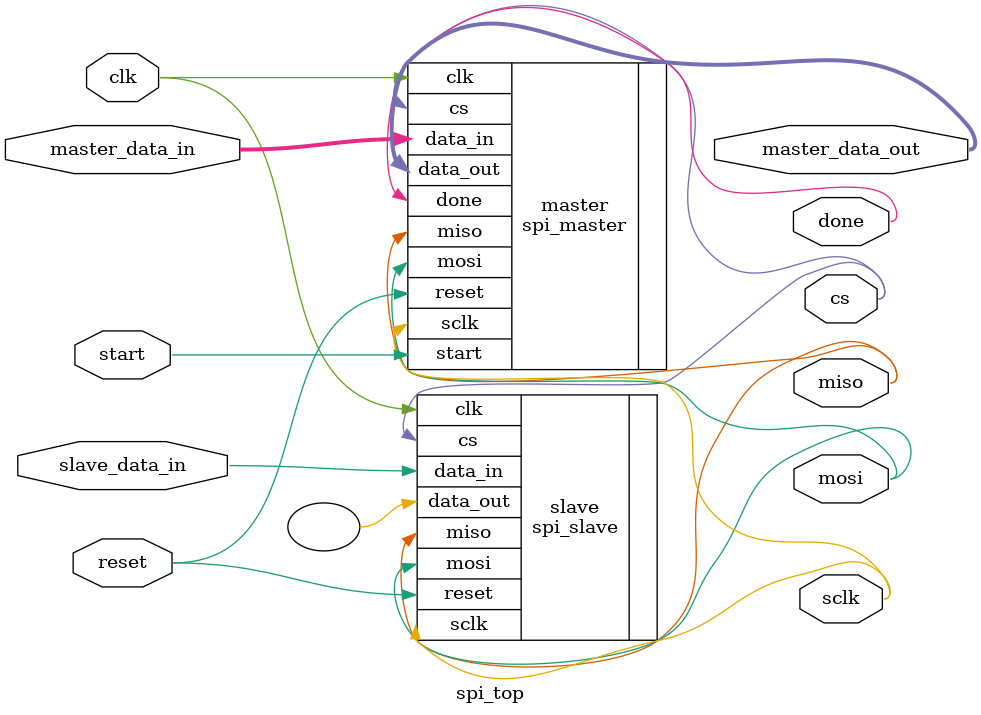
<source format=v>
module spi_top (
    input wire clk,
    input wire reset,
    input wire [7:0] master_data_in,
    input wire start,
    input wire slave_data_in,
    output wire miso,
    output wire mosi,
    output wire sclk,
    output wire cs,
    output wire [7:0] master_data_out,
    output wire done
);
    spi_master master (
        .clk(clk),
        .reset(reset),
        .data_in(master_data_in),
        .start(start),
        .mosi(mosi),
        .miso(miso),
        .sclk(sclk),
        .cs(cs),
        .data_out(master_data_out),
        .done(done)
    );

    spi_slave slave (
        .clk(clk),
        .reset(reset),
        .mosi(mosi),
        .sclk(sclk),
        .cs(cs),
        .miso(miso),
        .data_out(),
        .data_in(slave_data_in)
    );
endmodule


</source>
